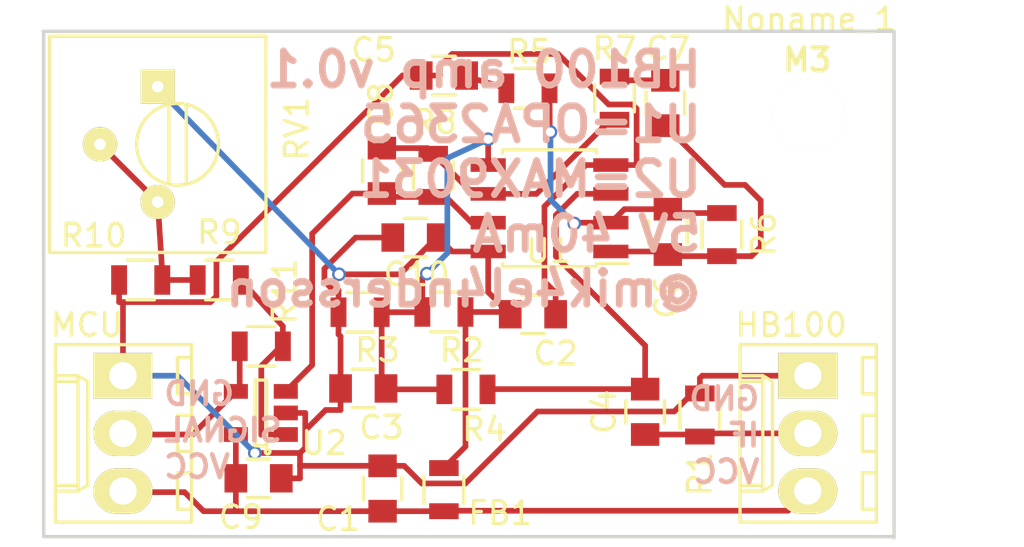
<source format=kicad_pcb>
(kicad_pcb (version 20171130) (host pcbnew "(5.1.12)-1")

  (general
    (thickness 1.6)
    (drawings 8)
    (tracks 173)
    (zones 0)
    (modules 28)
    (nets 16)
  )

  (page A4)
  (layers
    (0 F.Cu signal)
    (31 B.Cu signal hide)
    (32 B.Adhes user)
    (33 F.Adhes user)
    (34 B.Paste user)
    (35 F.Paste user)
    (36 B.SilkS user)
    (37 F.SilkS user)
    (38 B.Mask user)
    (39 F.Mask user)
    (40 Dwgs.User user)
    (41 Cmts.User user)
    (42 Eco1.User user)
    (43 Eco2.User user)
    (44 Edge.Cuts user)
    (45 Margin user)
    (46 B.CrtYd user)
    (47 F.CrtYd user)
    (48 B.Fab user)
    (49 F.Fab user)
  )

  (setup
    (last_trace_width 0.25)
    (trace_clearance 0.2)
    (zone_clearance 0.4)
    (zone_45_only no)
    (trace_min 0.2)
    (via_size 0.6)
    (via_drill 0.4)
    (via_min_size 0.4)
    (via_min_drill 0.3)
    (uvia_size 0.3)
    (uvia_drill 0.1)
    (uvias_allowed no)
    (uvia_min_size 0.2)
    (uvia_min_drill 0.1)
    (edge_width 0.15)
    (segment_width 0.2)
    (pcb_text_width 0.3)
    (pcb_text_size 1.5 1.5)
    (mod_edge_width 0.15)
    (mod_text_size 1 1)
    (mod_text_width 0.15)
    (pad_size 2 2.6)
    (pad_drill 1.2)
    (pad_to_mask_clearance 0.07)
    (aux_axis_origin 0 0)
    (visible_elements 7FFFFFFF)
    (pcbplotparams
      (layerselection 0x00030_80000001)
      (usegerberextensions false)
      (usegerberattributes true)
      (usegerberadvancedattributes true)
      (creategerberjobfile true)
      (excludeedgelayer true)
      (linewidth 0.100000)
      (plotframeref false)
      (viasonmask false)
      (mode 1)
      (useauxorigin false)
      (hpglpennumber 1)
      (hpglpenspeed 20)
      (hpglpendiameter 15.000000)
      (psnegative false)
      (psa4output false)
      (plotreference true)
      (plotvalue true)
      (plotinvisibletext false)
      (padsonsilk false)
      (subtractmaskfromsilk false)
      (outputformat 1)
      (mirror false)
      (drillshape 1)
      (scaleselection 1)
      (outputdirectory ""))
  )

  (net 0 "")
  (net 1 VCC)
  (net 2 GND)
  (net 3 "Net-(C10-Pad1)")
  (net 4 "Net-(C3-Pad1)")
  (net 5 "Net-(C4-Pad1)")
  (net 6 "Net-(C4-Pad2)")
  (net 7 "Net-(C5-Pad2)")
  (net 8 "Net-(C6-Pad1)")
  (net 9 "Net-(C6-Pad2)")
  (net 10 "Net-(C7-Pad1)")
  (net 11 "Net-(C8-Pad1)")
  (net 12 "Net-(C8-Pad2)")
  (net 13 "Net-(P2-Pad2)")
  (net 14 "Net-(R10-Pad1)")
  (net 15 "Net-(R11-Pad2)")

  (net_class Default "This is the default net class."
    (clearance 0.2)
    (trace_width 0.25)
    (via_dia 0.6)
    (via_drill 0.4)
    (uvia_dia 0.3)
    (uvia_drill 0.1)
    (add_net GND)
    (add_net "Net-(C10-Pad1)")
    (add_net "Net-(C3-Pad1)")
    (add_net "Net-(C4-Pad1)")
    (add_net "Net-(C4-Pad2)")
    (add_net "Net-(C5-Pad2)")
    (add_net "Net-(C6-Pad1)")
    (add_net "Net-(C6-Pad2)")
    (add_net "Net-(C7-Pad1)")
    (add_net "Net-(C8-Pad1)")
    (add_net "Net-(C8-Pad2)")
    (add_net "Net-(P2-Pad2)")
    (add_net "Net-(R10-Pad1)")
    (add_net "Net-(R11-Pad2)")
    (add_net VCC)
  )

  (module Capacitors_SMD:C_0805 placed (layer F.Cu) (tedit 5866CD1F) (tstamp 586662FC)
    (at 164.18 126.79 90)
    (descr "Capacitor SMD 0805, reflow soldering, AVX (see smccp.pdf)")
    (tags "capacitor 0805")
    (path /58650056)
    (attr smd)
    (fp_text reference C1 (at -1.34 -1.96 180) (layer F.SilkS)
      (effects (font (size 1 1) (thickness 0.15)))
    )
    (fp_text value 10uF (at 0 2.1 90) (layer F.Fab)
      (effects (font (size 1 1) (thickness 0.15)))
    )
    (fp_line (start -0.5 0.85) (end 0.5 0.85) (layer F.SilkS) (width 0.15))
    (fp_line (start 0.5 -0.85) (end -0.5 -0.85) (layer F.SilkS) (width 0.15))
    (fp_line (start 1.8 -1) (end 1.8 1) (layer F.CrtYd) (width 0.05))
    (fp_line (start -1.8 -1) (end -1.8 1) (layer F.CrtYd) (width 0.05))
    (fp_line (start -1.8 1) (end 1.8 1) (layer F.CrtYd) (width 0.05))
    (fp_line (start -1.8 -1) (end 1.8 -1) (layer F.CrtYd) (width 0.05))
    (pad 1 smd rect (at -1 0 90) (size 1 1.25) (layers F.Cu F.Paste F.Mask)
      (net 1 VCC))
    (pad 2 smd rect (at 1 0 90) (size 1 1.25) (layers F.Cu F.Paste F.Mask)
      (net 2 GND))
    (model Capacitors_SMD.3dshapes/C_0805.wrl
      (at (xyz 0 0 0))
      (scale (xyz 1 1 1))
      (rotate (xyz 0 0 0))
    )
  )

  (module Capacitors_SMD:C_0805 placed (layer F.Cu) (tedit 5866C921) (tstamp 58666302)
    (at 170.8 119.11)
    (descr "Capacitor SMD 0805, reflow soldering, AVX (see smccp.pdf)")
    (tags "capacitor 0805")
    (path /58650017)
    (attr smd)
    (fp_text reference C2 (at 1 1.73) (layer F.SilkS)
      (effects (font (size 1 1) (thickness 0.15)))
    )
    (fp_text value 10uF (at 0 2.1) (layer F.Fab)
      (effects (font (size 1 1) (thickness 0.15)))
    )
    (fp_line (start -0.5 0.85) (end 0.5 0.85) (layer F.SilkS) (width 0.15))
    (fp_line (start 0.5 -0.85) (end -0.5 -0.85) (layer F.SilkS) (width 0.15))
    (fp_line (start 1.8 -1) (end 1.8 1) (layer F.CrtYd) (width 0.05))
    (fp_line (start -1.8 -1) (end -1.8 1) (layer F.CrtYd) (width 0.05))
    (fp_line (start -1.8 1) (end 1.8 1) (layer F.CrtYd) (width 0.05))
    (fp_line (start -1.8 -1) (end 1.8 -1) (layer F.CrtYd) (width 0.05))
    (pad 1 smd rect (at -1 0) (size 1 1.25) (layers F.Cu F.Paste F.Mask)
      (net 3 "Net-(C10-Pad1)"))
    (pad 2 smd rect (at 1 0) (size 1 1.25) (layers F.Cu F.Paste F.Mask)
      (net 2 GND))
    (model Capacitors_SMD.3dshapes/C_0805.wrl
      (at (xyz 0 0 0))
      (scale (xyz 1 1 1))
      (rotate (xyz 0 0 0))
    )
  )

  (module Capacitors_SMD:C_0805 placed (layer F.Cu) (tedit 5866C931) (tstamp 58666308)
    (at 163.33 122.38 180)
    (descr "Capacitor SMD 0805, reflow soldering, AVX (see smccp.pdf)")
    (tags "capacitor 0805")
    (path /5865007D)
    (attr smd)
    (fp_text reference C3 (at -0.79 -1.72 180) (layer F.SilkS)
      (effects (font (size 1 1) (thickness 0.15)))
    )
    (fp_text value 10uF (at 0 2.1 180) (layer F.Fab)
      (effects (font (size 1 1) (thickness 0.15)))
    )
    (fp_line (start -0.5 0.85) (end 0.5 0.85) (layer F.SilkS) (width 0.15))
    (fp_line (start 0.5 -0.85) (end -0.5 -0.85) (layer F.SilkS) (width 0.15))
    (fp_line (start 1.8 -1) (end 1.8 1) (layer F.CrtYd) (width 0.05))
    (fp_line (start -1.8 -1) (end -1.8 1) (layer F.CrtYd) (width 0.05))
    (fp_line (start -1.8 1) (end 1.8 1) (layer F.CrtYd) (width 0.05))
    (fp_line (start -1.8 -1) (end 1.8 -1) (layer F.CrtYd) (width 0.05))
    (pad 1 smd rect (at -1 0 180) (size 1 1.25) (layers F.Cu F.Paste F.Mask)
      (net 4 "Net-(C3-Pad1)"))
    (pad 2 smd rect (at 1 0 180) (size 1 1.25) (layers F.Cu F.Paste F.Mask)
      (net 2 GND))
    (model Capacitors_SMD.3dshapes/C_0805.wrl
      (at (xyz 0 0 0))
      (scale (xyz 1 1 1))
      (rotate (xyz 0 0 0))
    )
  )

  (module Capacitors_SMD:C_0805 placed (layer F.Cu) (tedit 5866CC4C) (tstamp 5866630E)
    (at 175.74 123.41 270)
    (descr "Capacitor SMD 0805, reflow soldering, AVX (see smccp.pdf)")
    (tags "capacitor 0805")
    (path /5865025A)
    (attr smd)
    (fp_text reference C4 (at 0 1.81 270) (layer F.SilkS)
      (effects (font (size 1 1) (thickness 0.15)))
    )
    (fp_text value 4.7nF (at 0 2.1 270) (layer F.Fab)
      (effects (font (size 1 1) (thickness 0.15)))
    )
    (fp_line (start -0.5 0.85) (end 0.5 0.85) (layer F.SilkS) (width 0.15))
    (fp_line (start 0.5 -0.85) (end -0.5 -0.85) (layer F.SilkS) (width 0.15))
    (fp_line (start 1.8 -1) (end 1.8 1) (layer F.CrtYd) (width 0.05))
    (fp_line (start -1.8 -1) (end -1.8 1) (layer F.CrtYd) (width 0.05))
    (fp_line (start -1.8 1) (end 1.8 1) (layer F.CrtYd) (width 0.05))
    (fp_line (start -1.8 -1) (end 1.8 -1) (layer F.CrtYd) (width 0.05))
    (pad 1 smd rect (at -1 0 270) (size 1 1.25) (layers F.Cu F.Paste F.Mask)
      (net 5 "Net-(C4-Pad1)"))
    (pad 2 smd rect (at 1 0 270) (size 1 1.25) (layers F.Cu F.Paste F.Mask)
      (net 6 "Net-(C4-Pad2)"))
    (model Capacitors_SMD.3dshapes/C_0805.wrl
      (at (xyz 0 0 0))
      (scale (xyz 1 1 1))
      (rotate (xyz 0 0 0))
    )
  )

  (module Capacitors_SMD:C_0805 placed (layer F.Cu) (tedit 5866CC2B) (tstamp 58666314)
    (at 166.88 108.59)
    (descr "Capacitor SMD 0805, reflow soldering, AVX (see smccp.pdf)")
    (tags "capacitor 0805")
    (path /586521F3)
    (attr smd)
    (fp_text reference C5 (at -3.1 -1.13) (layer F.SilkS)
      (effects (font (size 1 1) (thickness 0.15)))
    )
    (fp_text value 4.7uF (at 0 2.1) (layer F.Fab)
      (effects (font (size 1 1) (thickness 0.15)))
    )
    (fp_line (start -0.5 0.85) (end 0.5 0.85) (layer F.SilkS) (width 0.15))
    (fp_line (start 0.5 -0.85) (end -0.5 -0.85) (layer F.SilkS) (width 0.15))
    (fp_line (start 1.8 -1) (end 1.8 1) (layer F.CrtYd) (width 0.05))
    (fp_line (start -1.8 -1) (end -1.8 1) (layer F.CrtYd) (width 0.05))
    (fp_line (start -1.8 1) (end 1.8 1) (layer F.CrtYd) (width 0.05))
    (fp_line (start -1.8 -1) (end 1.8 -1) (layer F.CrtYd) (width 0.05))
    (pad 1 smd rect (at -1 0) (size 1 1.25) (layers F.Cu F.Paste F.Mask)
      (net 2 GND))
    (pad 2 smd rect (at 1 0) (size 1 1.25) (layers F.Cu F.Paste F.Mask)
      (net 7 "Net-(C5-Pad2)"))
    (model Capacitors_SMD.3dshapes/C_0805.wrl
      (at (xyz 0 0 0))
      (scale (xyz 1 1 1))
      (rotate (xyz 0 0 0))
    )
  )

  (module Capacitors_SMD:C_0805 placed (layer F.Cu) (tedit 5866BCDB) (tstamp 5866631A)
    (at 176.74 115.48 90)
    (descr "Capacitor SMD 0805, reflow soldering, AVX (see smccp.pdf)")
    (tags "capacitor 0805")
    (path /58650D19)
    (attr smd)
    (fp_text reference C6 (at -2.85 -0.04 90) (layer F.SilkS)
      (effects (font (size 1 1) (thickness 0.15)))
    )
    (fp_text value 100pF (at 0 2.1 90) (layer F.Fab)
      (effects (font (size 1 1) (thickness 0.15)))
    )
    (fp_line (start -0.5 0.85) (end 0.5 0.85) (layer F.SilkS) (width 0.15))
    (fp_line (start 0.5 -0.85) (end -0.5 -0.85) (layer F.SilkS) (width 0.15))
    (fp_line (start 1.8 -1) (end 1.8 1) (layer F.CrtYd) (width 0.05))
    (fp_line (start -1.8 -1) (end -1.8 1) (layer F.CrtYd) (width 0.05))
    (fp_line (start -1.8 1) (end 1.8 1) (layer F.CrtYd) (width 0.05))
    (fp_line (start -1.8 -1) (end 1.8 -1) (layer F.CrtYd) (width 0.05))
    (pad 1 smd rect (at -1 0 90) (size 1 1.25) (layers F.Cu F.Paste F.Mask)
      (net 8 "Net-(C6-Pad1)"))
    (pad 2 smd rect (at 1 0 90) (size 1 1.25) (layers F.Cu F.Paste F.Mask)
      (net 9 "Net-(C6-Pad2)"))
    (model Capacitors_SMD.3dshapes/C_0805.wrl
      (at (xyz 0 0 0))
      (scale (xyz 1 1 1))
      (rotate (xyz 0 0 0))
    )
  )

  (module Capacitors_SMD:C_0805 placed (layer F.Cu) (tedit 5866CC36) (tstamp 58666320)
    (at 176.63 109.8 270)
    (descr "Capacitor SMD 0805, reflow soldering, AVX (see smccp.pdf)")
    (tags "capacitor 0805")
    (path /58651FFA)
    (attr smd)
    (fp_text reference C7 (at -2.4 -0.12) (layer F.SilkS)
      (effects (font (size 1 1) (thickness 0.15)))
    )
    (fp_text value 4.7uF (at 0 2.1 270) (layer F.Fab)
      (effects (font (size 1 1) (thickness 0.15)))
    )
    (fp_line (start -0.5 0.85) (end 0.5 0.85) (layer F.SilkS) (width 0.15))
    (fp_line (start 0.5 -0.85) (end -0.5 -0.85) (layer F.SilkS) (width 0.15))
    (fp_line (start 1.8 -1) (end 1.8 1) (layer F.CrtYd) (width 0.05))
    (fp_line (start -1.8 -1) (end -1.8 1) (layer F.CrtYd) (width 0.05))
    (fp_line (start -1.8 1) (end 1.8 1) (layer F.CrtYd) (width 0.05))
    (fp_line (start -1.8 -1) (end 1.8 -1) (layer F.CrtYd) (width 0.05))
    (pad 1 smd rect (at -1 0 270) (size 1 1.25) (layers F.Cu F.Paste F.Mask)
      (net 10 "Net-(C7-Pad1)"))
    (pad 2 smd rect (at 1 0 270) (size 1 1.25) (layers F.Cu F.Paste F.Mask)
      (net 8 "Net-(C6-Pad1)"))
    (model Capacitors_SMD.3dshapes/C_0805.wrl
      (at (xyz 0 0 0))
      (scale (xyz 1 1 1))
      (rotate (xyz 0 0 0))
    )
  )

  (module Capacitors_SMD:C_0805 placed (layer F.Cu) (tedit 5866BB14) (tstamp 58666326)
    (at 164.15 112.79 90)
    (descr "Capacitor SMD 0805, reflow soldering, AVX (see smccp.pdf)")
    (tags "capacitor 0805")
    (path /58650D71)
    (attr smd)
    (fp_text reference C8 (at 2.94 -0.04 90) (layer F.SilkS)
      (effects (font (size 1 1) (thickness 0.15)))
    )
    (fp_text value 2.2nF (at 0 2.1 90) (layer F.Fab)
      (effects (font (size 1 1) (thickness 0.15)))
    )
    (fp_line (start -0.5 0.85) (end 0.5 0.85) (layer F.SilkS) (width 0.15))
    (fp_line (start 0.5 -0.85) (end -0.5 -0.85) (layer F.SilkS) (width 0.15))
    (fp_line (start 1.8 -1) (end 1.8 1) (layer F.CrtYd) (width 0.05))
    (fp_line (start -1.8 -1) (end -1.8 1) (layer F.CrtYd) (width 0.05))
    (fp_line (start -1.8 1) (end 1.8 1) (layer F.CrtYd) (width 0.05))
    (fp_line (start -1.8 -1) (end 1.8 -1) (layer F.CrtYd) (width 0.05))
    (pad 1 smd rect (at -1 0 90) (size 1 1.25) (layers F.Cu F.Paste F.Mask)
      (net 11 "Net-(C8-Pad1)"))
    (pad 2 smd rect (at 1 0 90) (size 1 1.25) (layers F.Cu F.Paste F.Mask)
      (net 12 "Net-(C8-Pad2)"))
    (model Capacitors_SMD.3dshapes/C_0805.wrl
      (at (xyz 0 0 0))
      (scale (xyz 1 1 1))
      (rotate (xyz 0 0 0))
    )
  )

  (module Capacitors_SMD:C_0805 placed (layer F.Cu) (tedit 5866CD26) (tstamp 5866632C)
    (at 158.72 126.34 180)
    (descr "Capacitor SMD 0805, reflow soldering, AVX (see smccp.pdf)")
    (tags "capacitor 0805")
    (path /58650F13)
    (attr smd)
    (fp_text reference C9 (at 0.78 -1.71 180) (layer F.SilkS)
      (effects (font (size 1 1) (thickness 0.15)))
    )
    (fp_text value 100nF (at 0 2.1 180) (layer F.Fab)
      (effects (font (size 1 1) (thickness 0.15)))
    )
    (fp_line (start -0.5 0.85) (end 0.5 0.85) (layer F.SilkS) (width 0.15))
    (fp_line (start 0.5 -0.85) (end -0.5 -0.85) (layer F.SilkS) (width 0.15))
    (fp_line (start 1.8 -1) (end 1.8 1) (layer F.CrtYd) (width 0.05))
    (fp_line (start -1.8 -1) (end -1.8 1) (layer F.CrtYd) (width 0.05))
    (fp_line (start -1.8 1) (end 1.8 1) (layer F.CrtYd) (width 0.05))
    (fp_line (start -1.8 -1) (end 1.8 -1) (layer F.CrtYd) (width 0.05))
    (pad 1 smd rect (at -1 0 180) (size 1 1.25) (layers F.Cu F.Paste F.Mask)
      (net 2 GND))
    (pad 2 smd rect (at 1 0 180) (size 1 1.25) (layers F.Cu F.Paste F.Mask)
      (net 1 VCC))
    (model Capacitors_SMD.3dshapes/C_0805.wrl
      (at (xyz 0 0 0))
      (scale (xyz 1 1 1))
      (rotate (xyz 0 0 0))
    )
  )

  (module Capacitors_SMD:C_0805 placed (layer F.Cu) (tedit 5866CCF3) (tstamp 58666332)
    (at 165.63 115.73 180)
    (descr "Capacitor SMD 0805, reflow soldering, AVX (see smccp.pdf)")
    (tags "capacitor 0805")
    (path /58666085)
    (attr smd)
    (fp_text reference C10 (at -0.05 -1.62 180) (layer F.SilkS)
      (effects (font (size 1 1) (thickness 0.15)))
    )
    (fp_text value 100nF (at 0 2.1 180) (layer F.Fab)
      (effects (font (size 1 1) (thickness 0.15)))
    )
    (fp_line (start -0.5 0.85) (end 0.5 0.85) (layer F.SilkS) (width 0.15))
    (fp_line (start 0.5 -0.85) (end -0.5 -0.85) (layer F.SilkS) (width 0.15))
    (fp_line (start 1.8 -1) (end 1.8 1) (layer F.CrtYd) (width 0.05))
    (fp_line (start -1.8 -1) (end -1.8 1) (layer F.CrtYd) (width 0.05))
    (fp_line (start -1.8 1) (end 1.8 1) (layer F.CrtYd) (width 0.05))
    (fp_line (start -1.8 -1) (end 1.8 -1) (layer F.CrtYd) (width 0.05))
    (pad 1 smd rect (at -1 0 180) (size 1 1.25) (layers F.Cu F.Paste F.Mask)
      (net 3 "Net-(C10-Pad1)"))
    (pad 2 smd rect (at 1 0 180) (size 1 1.25) (layers F.Cu F.Paste F.Mask)
      (net 2 GND))
    (model Capacitors_SMD.3dshapes/C_0805.wrl
      (at (xyz 0 0 0))
      (scale (xyz 1 1 1))
      (rotate (xyz 0 0 0))
    )
  )

  (module Resistors_SMD:R_0805 placed (layer F.Cu) (tedit 5866BD3E) (tstamp 58666338)
    (at 166.88 126.84 270)
    (descr "Resistor SMD 0805, reflow soldering, Vishay (see dcrcw.pdf)")
    (tags "resistor 0805")
    (path /5864FFF2)
    (attr smd)
    (fp_text reference FB1 (at 1.03 -2.48) (layer F.SilkS)
      (effects (font (size 1 1) (thickness 0.15)))
    )
    (fp_text value FILTER (at 0 2.1 270) (layer F.Fab)
      (effects (font (size 1 1) (thickness 0.15)))
    )
    (fp_line (start -0.6 -0.875) (end 0.6 -0.875) (layer F.SilkS) (width 0.15))
    (fp_line (start 0.6 0.875) (end -0.6 0.875) (layer F.SilkS) (width 0.15))
    (fp_line (start 1.6 -1) (end 1.6 1) (layer F.CrtYd) (width 0.05))
    (fp_line (start -1.6 -1) (end -1.6 1) (layer F.CrtYd) (width 0.05))
    (fp_line (start -1.6 1) (end 1.6 1) (layer F.CrtYd) (width 0.05))
    (fp_line (start -1.6 -1) (end 1.6 -1) (layer F.CrtYd) (width 0.05))
    (pad 1 smd rect (at -0.95 0 270) (size 0.7 1.3) (layers F.Cu F.Paste F.Mask)
      (net 3 "Net-(C10-Pad1)"))
    (pad 2 smd rect (at 0.95 0 270) (size 0.7 1.3) (layers F.Cu F.Paste F.Mask)
      (net 1 VCC))
    (model Resistors_SMD.3dshapes/R_0805.wrl
      (at (xyz 0 0 0))
      (scale (xyz 1 1 1))
      (rotate (xyz 0 0 0))
    )
  )

  (module Connectors_Molex:Molex_KK-6410-03_03x2.54mm_Straight placed (layer F.Cu) (tedit 5866CCE5) (tstamp 5866633F)
    (at 182.9 121.82 270)
    (descr "Connector Headers with Friction Lock, 22-27-2031, http://www.molex.com/pdm_docs/sd/022272021_sd.pdf")
    (tags "connector molex kk_6410 22-27-2031")
    (path /586512D6)
    (fp_text reference HB100 (at -2.24 0.73) (layer F.SilkS)
      (effects (font (size 1 1) (thickness 0.15)))
    )
    (fp_text value HB100 (at -2.78 0) (layer F.Fab)
      (effects (font (size 1 1) (thickness 0.15)))
    )
    (fp_line (start 7 3.5) (end -1.9 3.5) (layer F.CrtYd) (width 0.05))
    (fp_line (start 7 -3.55) (end 7 3.5) (layer F.CrtYd) (width 0.05))
    (fp_line (start -1.9 -3.55) (end 7 -3.55) (layer F.CrtYd) (width 0.05))
    (fp_line (start -1.9 3.5) (end -1.9 -3.55) (layer F.CrtYd) (width 0.05))
    (fp_line (start 5.88 -2.4) (end 5.88 -3.02) (layer F.SilkS) (width 0.15))
    (fp_line (start 4.28 -2.4) (end 5.88 -2.4) (layer F.SilkS) (width 0.15))
    (fp_line (start 4.28 -3.02) (end 4.28 -2.4) (layer F.SilkS) (width 0.15))
    (fp_line (start 3.34 -2.4) (end 3.34 -3.02) (layer F.SilkS) (width 0.15))
    (fp_line (start 1.74 -2.4) (end 3.34 -2.4) (layer F.SilkS) (width 0.15))
    (fp_line (start 1.74 -3.02) (end 1.74 -2.4) (layer F.SilkS) (width 0.15))
    (fp_line (start 0.8 -2.4) (end 0.8 -3.02) (layer F.SilkS) (width 0.15))
    (fp_line (start -0.8 -2.4) (end 0.8 -2.4) (layer F.SilkS) (width 0.15))
    (fp_line (start -0.8 -3.02) (end -0.8 -2.4) (layer F.SilkS) (width 0.15))
    (fp_line (start 4.83 2.98) (end 4.83 1.98) (layer F.SilkS) (width 0.15))
    (fp_line (start 0.25 2.98) (end 0.25 1.98) (layer F.SilkS) (width 0.15))
    (fp_line (start 4.83 1.55) (end 5.08 1.98) (layer F.SilkS) (width 0.15))
    (fp_line (start 0.25 1.55) (end 4.83 1.55) (layer F.SilkS) (width 0.15))
    (fp_line (start 0 1.98) (end 0.25 1.55) (layer F.SilkS) (width 0.15))
    (fp_line (start 5.08 1.98) (end 5.08 2.98) (layer F.SilkS) (width 0.15))
    (fp_line (start 0 1.98) (end 5.08 1.98) (layer F.SilkS) (width 0.15))
    (fp_line (start 0 2.98) (end 0 1.98) (layer F.SilkS) (width 0.15))
    (fp_line (start 6.45 -3.02) (end -1.37 -3.02) (layer F.SilkS) (width 0.15))
    (fp_line (start 6.45 2.98) (end 6.45 -3.02) (layer F.SilkS) (width 0.15))
    (fp_line (start -1.37 2.98) (end 6.45 2.98) (layer F.SilkS) (width 0.15))
    (fp_line (start -1.37 -3.02) (end -1.37 2.98) (layer F.SilkS) (width 0.15))
    (pad 1 thru_hole rect (at 0 0 270) (size 2 2.6) (drill 1.2) (layers *.Cu *.Mask F.SilkS)
      (net 2 GND))
    (pad 2 thru_hole oval (at 2.54 0 270) (size 2 2.6) (drill 1.2) (layers *.Cu *.Mask F.SilkS)
      (net 6 "Net-(C4-Pad2)"))
    (pad 3 thru_hole oval (at 5.08 0 270) (size 2 2.6) (drill 1.2) (layers *.Cu *.Mask F.SilkS)
      (net 1 VCC))
  )

  (module Connectors_Molex:Molex_KK-6410-03_03x2.54mm_Straight placed (layer F.Cu) (tedit 58679136) (tstamp 58666346)
    (at 152.75 121.82 270)
    (descr "Connector Headers with Friction Lock, 22-27-2031, http://www.molex.com/pdm_docs/sd/022272021_sd.pdf")
    (tags "connector molex kk_6410 22-27-2031")
    (path /5865133F)
    (fp_text reference MCU (at -2.24 1.59) (layer F.SilkS)
      (effects (font (size 1 1) (thickness 0.15)))
    )
    (fp_text value MCU (at 2.54 4.5 270) (layer F.Fab)
      (effects (font (size 1 1) (thickness 0.15)))
    )
    (fp_line (start 7 3.5) (end -1.9 3.5) (layer F.CrtYd) (width 0.05))
    (fp_line (start 7 -3.55) (end 7 3.5) (layer F.CrtYd) (width 0.05))
    (fp_line (start -1.9 -3.55) (end 7 -3.55) (layer F.CrtYd) (width 0.05))
    (fp_line (start -1.9 3.5) (end -1.9 -3.55) (layer F.CrtYd) (width 0.05))
    (fp_line (start 5.88 -2.4) (end 5.88 -3.02) (layer F.SilkS) (width 0.15))
    (fp_line (start 4.28 -2.4) (end 5.88 -2.4) (layer F.SilkS) (width 0.15))
    (fp_line (start 4.28 -3.02) (end 4.28 -2.4) (layer F.SilkS) (width 0.15))
    (fp_line (start 3.34 -2.4) (end 3.34 -3.02) (layer F.SilkS) (width 0.15))
    (fp_line (start 1.74 -2.4) (end 3.34 -2.4) (layer F.SilkS) (width 0.15))
    (fp_line (start 1.74 -3.02) (end 1.74 -2.4) (layer F.SilkS) (width 0.15))
    (fp_line (start 0.8 -2.4) (end 0.8 -3.02) (layer F.SilkS) (width 0.15))
    (fp_line (start -0.8 -2.4) (end 0.8 -2.4) (layer F.SilkS) (width 0.15))
    (fp_line (start -0.8 -3.02) (end -0.8 -2.4) (layer F.SilkS) (width 0.15))
    (fp_line (start 4.83 2.98) (end 4.83 1.98) (layer F.SilkS) (width 0.15))
    (fp_line (start 0.25 2.98) (end 0.25 1.98) (layer F.SilkS) (width 0.15))
    (fp_line (start 4.83 1.55) (end 5.08 1.98) (layer F.SilkS) (width 0.15))
    (fp_line (start 0.25 1.55) (end 4.83 1.55) (layer F.SilkS) (width 0.15))
    (fp_line (start 0 1.98) (end 0.25 1.55) (layer F.SilkS) (width 0.15))
    (fp_line (start 5.08 1.98) (end 5.08 2.98) (layer F.SilkS) (width 0.15))
    (fp_line (start 0 1.98) (end 5.08 1.98) (layer F.SilkS) (width 0.15))
    (fp_line (start 0 2.98) (end 0 1.98) (layer F.SilkS) (width 0.15))
    (fp_line (start 6.45 -3.02) (end -1.37 -3.02) (layer F.SilkS) (width 0.15))
    (fp_line (start 6.45 2.98) (end 6.45 -3.02) (layer F.SilkS) (width 0.15))
    (fp_line (start -1.37 2.98) (end 6.45 2.98) (layer F.SilkS) (width 0.15))
    (fp_line (start -1.37 -3.02) (end -1.37 2.98) (layer F.SilkS) (width 0.15))
    (pad 3 thru_hole rect (at 0 0 270) (size 2 2.6) (drill 1.2) (layers *.Cu *.Mask F.SilkS)
      (net 2 GND))
    (pad 2 thru_hole oval (at 2.54 0 270) (size 2 2.6) (drill 1.2) (layers *.Cu *.Mask F.SilkS)
      (net 13 "Net-(P2-Pad2)"))
    (pad 1 thru_hole oval (at 5.08 0 270) (size 2 2.6) (drill 1.2) (layers *.Cu *.Mask F.SilkS)
      (net 1 VCC))
  )

  (module Resistors_SMD:R_0805 placed (layer F.Cu) (tedit 5866CD31) (tstamp 5866634C)
    (at 178.15 123.55 90)
    (descr "Resistor SMD 0805, reflow soldering, Vishay (see dcrcw.pdf)")
    (tags "resistor 0805")
    (path /58650219)
    (attr smd)
    (fp_text reference R1 (at -2.6 0 90) (layer F.SilkS)
      (effects (font (size 1 1) (thickness 0.15)))
    )
    (fp_text value 12K (at 0 2.1 90) (layer F.Fab)
      (effects (font (size 1 1) (thickness 0.15)))
    )
    (fp_line (start -0.6 -0.875) (end 0.6 -0.875) (layer F.SilkS) (width 0.15))
    (fp_line (start 0.6 0.875) (end -0.6 0.875) (layer F.SilkS) (width 0.15))
    (fp_line (start 1.6 -1) (end 1.6 1) (layer F.CrtYd) (width 0.05))
    (fp_line (start -1.6 -1) (end -1.6 1) (layer F.CrtYd) (width 0.05))
    (fp_line (start -1.6 1) (end 1.6 1) (layer F.CrtYd) (width 0.05))
    (fp_line (start -1.6 -1) (end 1.6 -1) (layer F.CrtYd) (width 0.05))
    (pad 1 smd rect (at -0.95 0 90) (size 0.7 1.3) (layers F.Cu F.Paste F.Mask)
      (net 6 "Net-(C4-Pad2)"))
    (pad 2 smd rect (at 0.95 0 90) (size 0.7 1.3) (layers F.Cu F.Paste F.Mask)
      (net 2 GND))
    (model Resistors_SMD.3dshapes/R_0805.wrl
      (at (xyz 0 0 0))
      (scale (xyz 1 1 1))
      (rotate (xyz 0 0 0))
    )
  )

  (module Resistors_SMD:R_0805 placed (layer F.Cu) (tedit 5866CD15) (tstamp 58666352)
    (at 166.88 119.01 180)
    (descr "Resistor SMD 0805, reflow soldering, Vishay (see dcrcw.pdf)")
    (tags "resistor 0805")
    (path /58650131)
    (attr smd)
    (fp_text reference R2 (at -0.79 -1.69 180) (layer F.SilkS)
      (effects (font (size 1 1) (thickness 0.15)))
    )
    (fp_text value 10K (at 0 2.1 180) (layer F.Fab)
      (effects (font (size 1 1) (thickness 0.15)))
    )
    (fp_line (start -0.6 -0.875) (end 0.6 -0.875) (layer F.SilkS) (width 0.15))
    (fp_line (start 0.6 0.875) (end -0.6 0.875) (layer F.SilkS) (width 0.15))
    (fp_line (start 1.6 -1) (end 1.6 1) (layer F.CrtYd) (width 0.05))
    (fp_line (start -1.6 -1) (end -1.6 1) (layer F.CrtYd) (width 0.05))
    (fp_line (start -1.6 1) (end 1.6 1) (layer F.CrtYd) (width 0.05))
    (fp_line (start -1.6 -1) (end 1.6 -1) (layer F.CrtYd) (width 0.05))
    (pad 1 smd rect (at -0.95 0 180) (size 0.7 1.3) (layers F.Cu F.Paste F.Mask)
      (net 3 "Net-(C10-Pad1)"))
    (pad 2 smd rect (at 0.95 0 180) (size 0.7 1.3) (layers F.Cu F.Paste F.Mask)
      (net 4 "Net-(C3-Pad1)"))
    (model Resistors_SMD.3dshapes/R_0805.wrl
      (at (xyz 0 0 0))
      (scale (xyz 1 1 1))
      (rotate (xyz 0 0 0))
    )
  )

  (module Resistors_SMD:R_0805 placed (layer F.Cu) (tedit 5866CD10) (tstamp 58666358)
    (at 163.19 119.02 180)
    (descr "Resistor SMD 0805, reflow soldering, Vishay (see dcrcw.pdf)")
    (tags "resistor 0805")
    (path /5865016D)
    (attr smd)
    (fp_text reference R3 (at -0.76 -1.68 180) (layer F.SilkS)
      (effects (font (size 1 1) (thickness 0.15)))
    )
    (fp_text value 10K (at 0 2.1 180) (layer F.Fab)
      (effects (font (size 1 1) (thickness 0.15)))
    )
    (fp_line (start -0.6 -0.875) (end 0.6 -0.875) (layer F.SilkS) (width 0.15))
    (fp_line (start 0.6 0.875) (end -0.6 0.875) (layer F.SilkS) (width 0.15))
    (fp_line (start 1.6 -1) (end 1.6 1) (layer F.CrtYd) (width 0.05))
    (fp_line (start -1.6 -1) (end -1.6 1) (layer F.CrtYd) (width 0.05))
    (fp_line (start -1.6 1) (end 1.6 1) (layer F.CrtYd) (width 0.05))
    (fp_line (start -1.6 -1) (end 1.6 -1) (layer F.CrtYd) (width 0.05))
    (pad 1 smd rect (at -0.95 0 180) (size 0.7 1.3) (layers F.Cu F.Paste F.Mask)
      (net 4 "Net-(C3-Pad1)"))
    (pad 2 smd rect (at 0.95 0 180) (size 0.7 1.3) (layers F.Cu F.Paste F.Mask)
      (net 2 GND))
    (model Resistors_SMD.3dshapes/R_0805.wrl
      (at (xyz 0 0 0))
      (scale (xyz 1 1 1))
      (rotate (xyz 0 0 0))
    )
  )

  (module Resistors_SMD:R_0805 placed (layer F.Cu) (tedit 5866C935) (tstamp 5866635E)
    (at 167.85 122.42)
    (descr "Resistor SMD 0805, reflow soldering, Vishay (see dcrcw.pdf)")
    (tags "resistor 0805")
    (path /586501D2)
    (attr smd)
    (fp_text reference R4 (at 0.81 1.76) (layer F.SilkS)
      (effects (font (size 1 1) (thickness 0.15)))
    )
    (fp_text value 330K (at 0 2.1) (layer F.Fab)
      (effects (font (size 1 1) (thickness 0.15)))
    )
    (fp_line (start -0.6 -0.875) (end 0.6 -0.875) (layer F.SilkS) (width 0.15))
    (fp_line (start 0.6 0.875) (end -0.6 0.875) (layer F.SilkS) (width 0.15))
    (fp_line (start 1.6 -1) (end 1.6 1) (layer F.CrtYd) (width 0.05))
    (fp_line (start -1.6 -1) (end -1.6 1) (layer F.CrtYd) (width 0.05))
    (fp_line (start -1.6 1) (end 1.6 1) (layer F.CrtYd) (width 0.05))
    (fp_line (start -1.6 -1) (end 1.6 -1) (layer F.CrtYd) (width 0.05))
    (pad 1 smd rect (at -0.95 0) (size 0.7 1.3) (layers F.Cu F.Paste F.Mask)
      (net 4 "Net-(C3-Pad1)"))
    (pad 2 smd rect (at 0.95 0) (size 0.7 1.3) (layers F.Cu F.Paste F.Mask)
      (net 5 "Net-(C4-Pad1)"))
    (model Resistors_SMD.3dshapes/R_0805.wrl
      (at (xyz 0 0 0))
      (scale (xyz 1 1 1))
      (rotate (xyz 0 0 0))
    )
  )

  (module Resistors_SMD:R_0805 placed (layer F.Cu) (tedit 5866CDC9) (tstamp 58666364)
    (at 170.58 109.15)
    (descr "Resistor SMD 0805, reflow soldering, Vishay (see dcrcw.pdf)")
    (tags "resistor 0805")
    (path /5865218E)
    (attr smd)
    (fp_text reference R5 (at 0.05 -1.6) (layer F.SilkS)
      (effects (font (size 1 1) (thickness 0.15)))
    )
    (fp_text value 10K (at 0 2.1) (layer F.Fab)
      (effects (font (size 1 1) (thickness 0.15)))
    )
    (fp_line (start -0.6 -0.875) (end 0.6 -0.875) (layer F.SilkS) (width 0.15))
    (fp_line (start 0.6 0.875) (end -0.6 0.875) (layer F.SilkS) (width 0.15))
    (fp_line (start 1.6 -1) (end 1.6 1) (layer F.CrtYd) (width 0.05))
    (fp_line (start -1.6 -1) (end -1.6 1) (layer F.CrtYd) (width 0.05))
    (fp_line (start -1.6 1) (end 1.6 1) (layer F.CrtYd) (width 0.05))
    (fp_line (start -1.6 -1) (end 1.6 -1) (layer F.CrtYd) (width 0.05))
    (pad 1 smd rect (at -0.95 0) (size 0.7 1.3) (layers F.Cu F.Paste F.Mask)
      (net 7 "Net-(C5-Pad2)"))
    (pad 2 smd rect (at 0.95 0) (size 0.7 1.3) (layers F.Cu F.Paste F.Mask)
      (net 9 "Net-(C6-Pad2)"))
    (model Resistors_SMD.3dshapes/R_0805.wrl
      (at (xyz 0 0 0))
      (scale (xyz 1 1 1))
      (rotate (xyz 0 0 0))
    )
  )

  (module Resistors_SMD:R_0805 placed (layer F.Cu) (tedit 5866BB3C) (tstamp 5866636A)
    (at 179.12 115.6 90)
    (descr "Resistor SMD 0805, reflow soldering, Vishay (see dcrcw.pdf)")
    (tags "resistor 0805")
    (path /58650C8B)
    (attr smd)
    (fp_text reference R6 (at 0.02 1.84 90) (layer F.SilkS)
      (effects (font (size 1 1) (thickness 0.15)))
    )
    (fp_text value 1M (at 0 2.1 90) (layer F.Fab)
      (effects (font (size 1 1) (thickness 0.15)))
    )
    (fp_line (start -0.6 -0.875) (end 0.6 -0.875) (layer F.SilkS) (width 0.15))
    (fp_line (start 0.6 0.875) (end -0.6 0.875) (layer F.SilkS) (width 0.15))
    (fp_line (start 1.6 -1) (end 1.6 1) (layer F.CrtYd) (width 0.05))
    (fp_line (start -1.6 -1) (end -1.6 1) (layer F.CrtYd) (width 0.05))
    (fp_line (start -1.6 1) (end 1.6 1) (layer F.CrtYd) (width 0.05))
    (fp_line (start -1.6 -1) (end 1.6 -1) (layer F.CrtYd) (width 0.05))
    (pad 1 smd rect (at -0.95 0 90) (size 0.7 1.3) (layers F.Cu F.Paste F.Mask)
      (net 8 "Net-(C6-Pad1)"))
    (pad 2 smd rect (at 0.95 0 90) (size 0.7 1.3) (layers F.Cu F.Paste F.Mask)
      (net 9 "Net-(C6-Pad2)"))
    (model Resistors_SMD.3dshapes/R_0805.wrl
      (at (xyz 0 0 0))
      (scale (xyz 1 1 1))
      (rotate (xyz 0 0 0))
    )
  )

  (module Resistors_SMD:R_0805 placed (layer F.Cu) (tedit 5866CC3F) (tstamp 58666370)
    (at 174.39 109.59 90)
    (descr "Resistor SMD 0805, reflow soldering, Vishay (see dcrcw.pdf)")
    (tags "resistor 0805")
    (path /5865206B)
    (attr smd)
    (fp_text reference R7 (at 2.19 0.01 180) (layer F.SilkS)
      (effects (font (size 1 1) (thickness 0.15)))
    )
    (fp_text value 8.2K (at 0 2.1 90) (layer F.Fab)
      (effects (font (size 1 1) (thickness 0.15)))
    )
    (fp_line (start -0.6 -0.875) (end 0.6 -0.875) (layer F.SilkS) (width 0.15))
    (fp_line (start 0.6 0.875) (end -0.6 0.875) (layer F.SilkS) (width 0.15))
    (fp_line (start 1.6 -1) (end 1.6 1) (layer F.CrtYd) (width 0.05))
    (fp_line (start -1.6 -1) (end -1.6 1) (layer F.CrtYd) (width 0.05))
    (fp_line (start -1.6 1) (end 1.6 1) (layer F.CrtYd) (width 0.05))
    (fp_line (start -1.6 -1) (end 1.6 -1) (layer F.CrtYd) (width 0.05))
    (pad 1 smd rect (at -0.95 0 90) (size 0.7 1.3) (layers F.Cu F.Paste F.Mask)
      (net 12 "Net-(C8-Pad2)"))
    (pad 2 smd rect (at 0.95 0 90) (size 0.7 1.3) (layers F.Cu F.Paste F.Mask)
      (net 10 "Net-(C7-Pad1)"))
    (model Resistors_SMD.3dshapes/R_0805.wrl
      (at (xyz 0 0 0))
      (scale (xyz 1 1 1))
      (rotate (xyz 0 0 0))
    )
  )

  (module Resistors_SMD:R_0805 placed (layer F.Cu) (tedit 5866C273) (tstamp 58666376)
    (at 166.41 112.99 90)
    (descr "Resistor SMD 0805, reflow soldering, Vishay (see dcrcw.pdf)")
    (tags "resistor 0805")
    (path /58650CD2)
    (attr smd)
    (fp_text reference R8 (at 2.35 0.07 180) (layer F.SilkS)
      (effects (font (size 1 1) (thickness 0.15)))
    )
    (fp_text value 1M (at 0 2.1 90) (layer F.Fab)
      (effects (font (size 1 1) (thickness 0.15)))
    )
    (fp_line (start -0.6 -0.875) (end 0.6 -0.875) (layer F.SilkS) (width 0.15))
    (fp_line (start 0.6 0.875) (end -0.6 0.875) (layer F.SilkS) (width 0.15))
    (fp_line (start 1.6 -1) (end 1.6 1) (layer F.CrtYd) (width 0.05))
    (fp_line (start -1.6 -1) (end -1.6 1) (layer F.CrtYd) (width 0.05))
    (fp_line (start -1.6 1) (end 1.6 1) (layer F.CrtYd) (width 0.05))
    (fp_line (start -1.6 -1) (end 1.6 -1) (layer F.CrtYd) (width 0.05))
    (pad 1 smd rect (at -0.95 0 90) (size 0.7 1.3) (layers F.Cu F.Paste F.Mask)
      (net 11 "Net-(C8-Pad1)"))
    (pad 2 smd rect (at 0.95 0 90) (size 0.7 1.3) (layers F.Cu F.Paste F.Mask)
      (net 12 "Net-(C8-Pad2)"))
    (model Resistors_SMD.3dshapes/R_0805.wrl
      (at (xyz 0 0 0))
      (scale (xyz 1 1 1))
      (rotate (xyz 0 0 0))
    )
  )

  (module Resistors_SMD:R_0805 placed (layer F.Cu) (tedit 5866CCCF) (tstamp 5866637C)
    (at 153.53 117.6 180)
    (descr "Resistor SMD 0805, reflow soldering, Vishay (see dcrcw.pdf)")
    (tags "resistor 0805")
    (path /58650E1C)
    (attr smd)
    (fp_text reference R10 (at 2.07 1.96 180) (layer F.SilkS)
      (effects (font (size 1 1) (thickness 0.15)))
    )
    (fp_text value 10K (at 0 2.1 180) (layer F.Fab)
      (effects (font (size 1 1) (thickness 0.15)))
    )
    (fp_line (start -0.6 -0.875) (end 0.6 -0.875) (layer F.SilkS) (width 0.15))
    (fp_line (start 0.6 0.875) (end -0.6 0.875) (layer F.SilkS) (width 0.15))
    (fp_line (start 1.6 -1) (end 1.6 1) (layer F.CrtYd) (width 0.05))
    (fp_line (start -1.6 -1) (end -1.6 1) (layer F.CrtYd) (width 0.05))
    (fp_line (start -1.6 1) (end 1.6 1) (layer F.CrtYd) (width 0.05))
    (fp_line (start -1.6 -1) (end 1.6 -1) (layer F.CrtYd) (width 0.05))
    (pad 1 smd rect (at -0.95 0 180) (size 0.7 1.3) (layers F.Cu F.Paste F.Mask)
      (net 14 "Net-(R10-Pad1)"))
    (pad 2 smd rect (at 0.95 0 180) (size 0.7 1.3) (layers F.Cu F.Paste F.Mask)
      (net 2 GND))
    (model Resistors_SMD.3dshapes/R_0805.wrl
      (at (xyz 0 0 0))
      (scale (xyz 1 1 1))
      (rotate (xyz 0 0 0))
    )
  )

  (module Potentiometers:Potentiometer_Trimmer-Suntan-TSR-3386P placed (layer F.Cu) (tedit 5866BFAF) (tstamp 58666383)
    (at 154.28 109.08 270)
    (path /5865AE6C)
    (fp_text reference RV1 (at 1.85 -6.12 270) (layer F.SilkS)
      (effects (font (size 1 1) (thickness 0.15)))
    )
    (fp_text value POT (at 2.54 6.096 270) (layer F.Fab)
      (effects (font (size 1 1) (thickness 0.15)))
    )
    (fp_circle (center 2.54 -0.875) (end 4.115 0) (layer F.SilkS) (width 0.15))
    (fp_line (start -2.225 4.765) (end -2.225 -4.765) (layer F.SilkS) (width 0.15))
    (fp_line (start 7.305 4.765) (end -2.225 4.765) (layer F.SilkS) (width 0.15))
    (fp_line (start 7.305 -4.765) (end 7.305 4.765) (layer F.SilkS) (width 0.15))
    (fp_line (start -2.225 -4.765) (end 7.305 -4.765) (layer F.SilkS) (width 0.15))
    (fp_line (start 0.84 -0.495) (end 4.24 -0.495) (layer F.SilkS) (width 0.15))
    (fp_line (start 0.84 -1.255) (end 4.24 -1.255) (layer F.SilkS) (width 0.15))
    (pad 3 thru_hole circle (at 5.08 0 270) (size 1.51 1.51) (drill 0.51) (layers *.Cu *.Mask F.SilkS)
      (net 14 "Net-(R10-Pad1)"))
    (pad 1 thru_hole rect (at 0 0 270) (size 1.51 1.51) (drill 0.51) (layers *.Cu *.Mask F.SilkS)
      (net 3 "Net-(C10-Pad1)"))
    (pad 2 thru_hole circle (at 2.54 2.54 270) (size 1.51 1.51) (drill 0.51) (layers *.Cu *.Mask F.SilkS)
      (net 14 "Net-(R10-Pad1)"))
  )

  (module Housings_SOIC:SOIC-8_3.9x4.9mm_Pitch1.27mm placed (layer F.Cu) (tedit 5866CD63) (tstamp 5866638F)
    (at 171.53 114.44 180)
    (descr "8-Lead Plastic Small Outline (SN) - Narrow, 3.90 mm Body [SOIC] (see Microchip Packaging Specification 00000049BS.pdf)")
    (tags "SOIC 1.27")
    (path /5864F8AF)
    (attr smd)
    (fp_text reference U1 (at 0.04 -1.88 180) (layer F.SilkS)
      (effects (font (size 1 1) (thickness 0.15)))
    )
    (fp_text value OPA2365 (at 0 3.5 180) (layer F.Fab)
      (effects (font (size 1 1) (thickness 0.15)))
    )
    (fp_line (start -2.075 -2.43) (end -3.475 -2.43) (layer F.SilkS) (width 0.15))
    (fp_line (start -2.075 2.575) (end 2.075 2.575) (layer F.SilkS) (width 0.15))
    (fp_line (start -2.075 -2.575) (end 2.075 -2.575) (layer F.SilkS) (width 0.15))
    (fp_line (start -2.075 2.575) (end -2.075 2.43) (layer F.SilkS) (width 0.15))
    (fp_line (start 2.075 2.575) (end 2.075 2.43) (layer F.SilkS) (width 0.15))
    (fp_line (start 2.075 -2.575) (end 2.075 -2.43) (layer F.SilkS) (width 0.15))
    (fp_line (start -2.075 -2.575) (end -2.075 -2.43) (layer F.SilkS) (width 0.15))
    (fp_line (start -3.75 2.75) (end 3.75 2.75) (layer F.CrtYd) (width 0.05))
    (fp_line (start -3.75 -2.75) (end 3.75 -2.75) (layer F.CrtYd) (width 0.05))
    (fp_line (start 3.75 -2.75) (end 3.75 2.75) (layer F.CrtYd) (width 0.05))
    (fp_line (start -3.75 -2.75) (end -3.75 2.75) (layer F.CrtYd) (width 0.05))
    (pad 1 smd rect (at -2.7 -1.905 180) (size 1.55 0.6) (layers F.Cu F.Paste F.Mask)
      (net 8 "Net-(C6-Pad1)"))
    (pad 2 smd rect (at -2.7 -0.635 180) (size 1.55 0.6) (layers F.Cu F.Paste F.Mask)
      (net 9 "Net-(C6-Pad2)"))
    (pad 3 smd rect (at -2.7 0.635 180) (size 1.55 0.6) (layers F.Cu F.Paste F.Mask)
      (net 5 "Net-(C4-Pad1)"))
    (pad 4 smd rect (at -2.7 1.905 180) (size 1.55 0.6) (layers F.Cu F.Paste F.Mask)
      (net 2 GND))
    (pad 5 smd rect (at 2.7 1.905 180) (size 1.55 0.6) (layers F.Cu F.Paste F.Mask)
      (net 4 "Net-(C3-Pad1)"))
    (pad 6 smd rect (at 2.7 0.635 180) (size 1.55 0.6) (layers F.Cu F.Paste F.Mask)
      (net 12 "Net-(C8-Pad2)"))
    (pad 7 smd rect (at 2.7 -0.635 180) (size 1.55 0.6) (layers F.Cu F.Paste F.Mask)
      (net 11 "Net-(C8-Pad1)"))
    (pad 8 smd rect (at 2.7 -1.905 180) (size 1.55 0.6) (layers F.Cu F.Paste F.Mask)
      (net 3 "Net-(C10-Pad1)"))
    (model Housings_SOIC.3dshapes/SOIC-8_3.9x4.9mm_Pitch1.27mm.wrl
      (at (xyz 0 0 0))
      (scale (xyz 1 1 1))
      (rotate (xyz 0 0 0))
    )
  )

  (module TO_SOT_Packages_SMD:SOT-23-5 placed (layer F.Cu) (tedit 5866CD2A) (tstamp 58666398)
    (at 158.82 123.46 180)
    (descr "5-pin SOT23 package")
    (tags SOT-23-5)
    (path /586509AC)
    (attr smd)
    (fp_text reference U2 (at -2.78 -1.32 180) (layer F.SilkS)
      (effects (font (size 1 1) (thickness 0.15)))
    )
    (fp_text value MAX9031 (at -0.05 2.35 180) (layer F.Fab)
      (effects (font (size 1 1) (thickness 0.15)))
    )
    (fp_circle (center -0.3 -1.7) (end -0.2 -1.7) (layer F.SilkS) (width 0.15))
    (fp_line (start -0.25 -1.45) (end -0.25 1.45) (layer F.SilkS) (width 0.15))
    (fp_line (start -0.25 1.45) (end 0.25 1.45) (layer F.SilkS) (width 0.15))
    (fp_line (start 0.25 1.45) (end 0.25 -1.45) (layer F.SilkS) (width 0.15))
    (fp_line (start 0.25 -1.45) (end -0.25 -1.45) (layer F.SilkS) (width 0.15))
    (fp_line (start -1.8 1.6) (end -1.8 -1.6) (layer F.CrtYd) (width 0.05))
    (fp_line (start 1.8 1.6) (end -1.8 1.6) (layer F.CrtYd) (width 0.05))
    (fp_line (start 1.8 -1.6) (end 1.8 1.6) (layer F.CrtYd) (width 0.05))
    (fp_line (start -1.8 -1.6) (end 1.8 -1.6) (layer F.CrtYd) (width 0.05))
    (pad 1 smd rect (at -1.1 -0.95 180) (size 1.06 0.65) (layers F.Cu F.Paste F.Mask)
      (net 15 "Net-(R11-Pad2)"))
    (pad 2 smd rect (at -1.1 0 180) (size 1.06 0.65) (layers F.Cu F.Paste F.Mask)
      (net 2 GND))
    (pad 3 smd rect (at -1.1 0.95 180) (size 1.06 0.65) (layers F.Cu F.Paste F.Mask)
      (net 11 "Net-(C8-Pad1)"))
    (pad 4 smd rect (at 1.1 0.95 180) (size 1.06 0.65) (layers F.Cu F.Paste F.Mask)
      (net 13 "Net-(P2-Pad2)"))
    (pad 5 smd rect (at 1.1 -0.95 180) (size 1.06 0.65) (layers F.Cu F.Paste F.Mask)
      (net 1 VCC))
    (model TO_SOT_Packages_SMD.3dshapes/SOT-23-5.wrl
      (at (xyz 0 0 0))
      (scale (xyz 1 1 1))
      (rotate (xyz 0 0 0))
    )
  )

  (module Resistors_SMD:R_0805 (layer F.Cu) (tedit 5866CCC8) (tstamp 5866BAD4)
    (at 156.99 117.6)
    (descr "Resistor SMD 0805, reflow soldering, Vishay (see dcrcw.pdf)")
    (tags "resistor 0805")
    (path /5866BF7F)
    (attr smd)
    (fp_text reference R9 (at 0 -2.1) (layer F.SilkS)
      (effects (font (size 1 1) (thickness 0.15)))
    )
    (fp_text value 1K (at 0 2.1) (layer F.Fab)
      (effects (font (size 1 1) (thickness 0.15)))
    )
    (fp_line (start -0.6 -0.875) (end 0.6 -0.875) (layer F.SilkS) (width 0.15))
    (fp_line (start 0.6 0.875) (end -0.6 0.875) (layer F.SilkS) (width 0.15))
    (fp_line (start 1.6 -1) (end 1.6 1) (layer F.CrtYd) (width 0.05))
    (fp_line (start -1.6 -1) (end -1.6 1) (layer F.CrtYd) (width 0.05))
    (fp_line (start -1.6 1) (end 1.6 1) (layer F.CrtYd) (width 0.05))
    (fp_line (start -1.6 -1) (end 1.6 -1) (layer F.CrtYd) (width 0.05))
    (pad 1 smd rect (at -0.95 0) (size 0.7 1.3) (layers F.Cu F.Paste F.Mask)
      (net 14 "Net-(R10-Pad1)"))
    (pad 2 smd rect (at 0.95 0) (size 0.7 1.3) (layers F.Cu F.Paste F.Mask)
      (net 15 "Net-(R11-Pad2)"))
    (model Resistors_SMD.3dshapes/R_0805.wrl
      (at (xyz 0 0 0))
      (scale (xyz 1 1 1))
      (rotate (xyz 0 0 0))
    )
  )

  (module Resistors_SMD:R_0805 (layer F.Cu) (tedit 5866CD09) (tstamp 5866BADA)
    (at 158.84 120.52)
    (descr "Resistor SMD 0805, reflow soldering, Vishay (see dcrcw.pdf)")
    (tags "resistor 0805")
    (path /5866C0B0)
    (attr smd)
    (fp_text reference R11 (at 1.03 -2.42 90) (layer F.SilkS)
      (effects (font (size 1 1) (thickness 0.15)))
    )
    (fp_text value 47K (at 0 2.1) (layer F.Fab)
      (effects (font (size 1 1) (thickness 0.15)))
    )
    (fp_line (start -0.6 -0.875) (end 0.6 -0.875) (layer F.SilkS) (width 0.15))
    (fp_line (start 0.6 0.875) (end -0.6 0.875) (layer F.SilkS) (width 0.15))
    (fp_line (start 1.6 -1) (end 1.6 1) (layer F.CrtYd) (width 0.05))
    (fp_line (start -1.6 -1) (end -1.6 1) (layer F.CrtYd) (width 0.05))
    (fp_line (start -1.6 1) (end 1.6 1) (layer F.CrtYd) (width 0.05))
    (fp_line (start -1.6 -1) (end 1.6 -1) (layer F.CrtYd) (width 0.05))
    (pad 1 smd rect (at -0.95 0) (size 0.7 1.3) (layers F.Cu F.Paste F.Mask)
      (net 13 "Net-(P2-Pad2)"))
    (pad 2 smd rect (at 0.95 0) (size 0.7 1.3) (layers F.Cu F.Paste F.Mask)
      (net 15 "Net-(R11-Pad2)"))
    (model Resistors_SMD.3dshapes/R_0805.wrl
      (at (xyz 0 0 0))
      (scale (xyz 1 1 1))
      (rotate (xyz 0 0 0))
    )
  )

  (module Mounting_Holes:MountingHole_3.2mm_M3 (layer F.Cu) (tedit 5866C01B) (tstamp 5866BE4D)
    (at 182.95 110.31)
    (descr "Mounting Hole 3.2mm, no annular, M3")
    (tags "mounting hole 3.2mm no annular m3")
    (fp_text reference Noname_1 (at 0 -4.2) (layer F.SilkS)
      (effects (font (size 1 1) (thickness 0.15)))
    )
    (fp_text value MountingHole_3.2mm_M3 (at 0 4.2) (layer F.Fab)
      (effects (font (size 1 1) (thickness 0.15)))
    )
    (fp_circle (center 0 0) (end 3.45 0) (layer F.CrtYd) (width 0.05))
    (fp_circle (center 0 0) (end 3.2 0) (layer Cmts.User) (width 0.15))
    (pad 1 np_thru_hole circle (at 0 0) (size 3.2 3.2) (drill 3.2) (layers *.Cu *.Mask F.SilkS))
  )

  (gr_text M3 (at 182.87 107.9) (layer F.SilkS)
    (effects (font (size 1 1) (thickness 0.2)))
  )
  (gr_text "GND\nSIGNAL\nVCC" (at 154.45 124.22) (layer B.SilkS)
    (effects (font (size 1 1) (thickness 0.2)) (justify right mirror))
  )
  (gr_text "GND\nIF\nVCC" (at 180.88 124.44) (layer B.SilkS)
    (effects (font (size 1 1) (thickness 0.2)) (justify left mirror))
  )
  (gr_text "HB100 amp v0.1\nU1=OPA2365\nU2=MAX9031\n5V 40mA\n@mik4el4ndersson\n" (at 178.37 113.16) (layer B.SilkS)
    (effects (font (size 1.5 1.5) (thickness 0.3)) (justify left mirror))
  )
  (gr_line (start 186.7 128.97) (end 186.7 106.67) (angle 90) (layer Edge.Cuts) (width 0.15))
  (gr_line (start 186.7 106.64) (end 149.23 106.64) (angle 90) (layer Edge.Cuts) (width 0.15))
  (gr_line (start 149.26 128.91) (end 186.7 128.91) (angle 90) (layer Edge.Cuts) (width 0.15))
  (gr_line (start 149.26 106.67) (end 149.26 128.91) (angle 90) (layer Edge.Cuts) (width 0.15))

  (segment (start 152.8 126.95) (end 152.75 126.9) (width 0.25) (layer F.Cu) (net 1))
  (segment (start 152.8 126.95) (end 155.46 126.95) (width 0.25) (layer F.Cu) (net 1))
  (segment (start 155.46 126.95) (end 156.3 127.79) (width 0.25) (layer F.Cu) (net 1))
  (segment (start 156.3 127.79) (end 157.64 127.79) (width 0.25) (layer F.Cu) (net 1))
  (segment (start 152.73 126.95) (end 152.8 126.95) (width 0.25) (layer F.Cu) (net 1))
  (segment (start 166.88 127.79) (end 166.9 127.77) (width 0.25) (layer F.Cu) (net 1))
  (segment (start 166.9 127.77) (end 182.03 127.77) (width 0.25) (layer F.Cu) (net 1))
  (segment (start 182.03 127.77) (end 182.9 126.9) (width 0.25) (layer F.Cu) (net 1))
  (segment (start 164.18 127.79) (end 166.88 127.79) (width 0.25) (layer F.Cu) (net 1))
  (segment (start 157.64 127.79) (end 164.18 127.79) (width 0.25) (layer F.Cu) (net 1))
  (segment (start 157.72 126.34) (end 157.72 127.71) (width 0.25) (layer F.Cu) (net 1))
  (segment (start 157.72 127.71) (end 157.64 127.79) (width 0.25) (layer F.Cu) (net 1))
  (segment (start 157.72 126.34) (end 157.72 124.41) (width 0.25) (layer F.Cu) (net 1))
  (segment (start 174.23 112.535) (end 173.1299 112.535) (width 0.25) (layer F.Cu) (net 2))
  (segment (start 171.8 119.11) (end 171.8 118.1599) (width 0.25) (layer F.Cu) (net 2))
  (segment (start 171.8 118.1599) (end 171.3072 117.6671) (width 0.25) (layer F.Cu) (net 2))
  (segment (start 171.3072 117.6671) (end 171.3072 114.3577) (width 0.25) (layer F.Cu) (net 2))
  (segment (start 171.3072 114.3577) (end 173.1299 112.535) (width 0.25) (layer F.Cu) (net 2))
  (segment (start 160.5451 125.79) (end 160.5451 126.34) (width 0.25) (layer F.Cu) (net 2))
  (segment (start 160.5451 125.225) (end 160.5451 125.79) (width 0.25) (layer F.Cu) (net 2))
  (segment (start 160.5451 125.79) (end 163.2299 125.79) (width 0.25) (layer F.Cu) (net 2))
  (segment (start 164.18 125.79) (end 163.2299 125.79) (width 0.25) (layer F.Cu) (net 2))
  (segment (start 152.58 117.6) (end 152.58 118.5751) (width 0.25) (layer F.Cu) (net 2))
  (segment (start 165.88 108.59) (end 165.0549 108.59) (width 0.25) (layer F.Cu) (net 2))
  (segment (start 152.75 118.5752) (end 152.7499 118.5751) (width 0.25) (layer F.Cu) (net 2))
  (segment (start 152.7499 118.5751) (end 152.58 118.5751) (width 0.25) (layer F.Cu) (net 2))
  (segment (start 165.0549 108.59) (end 156.8648 116.7801) (width 0.25) (layer F.Cu) (net 2))
  (segment (start 156.8648 116.7801) (end 156.8648 118.3148) (width 0.25) (layer F.Cu) (net 2))
  (segment (start 156.8648 118.3148) (end 156.6044 118.5752) (width 0.25) (layer F.Cu) (net 2))
  (segment (start 156.6044 118.5752) (end 152.75 118.5752) (width 0.25) (layer F.Cu) (net 2))
  (segment (start 152.75 120.4949) (end 152.75 118.5752) (width 0.25) (layer F.Cu) (net 2))
  (segment (start 166.2926 108.59) (end 165.88 108.59) (width 0.25) (layer F.Cu) (net 2))
  (segment (start 166.2926 108.59) (end 166.7051 108.59) (width 0.25) (layer F.Cu) (net 2))
  (segment (start 162.33 122.38) (end 162.33 123.3301) (width 0.25) (layer F.Cu) (net 2))
  (segment (start 160.7751 124.2275) (end 161.6725 123.3301) (width 0.25) (layer F.Cu) (net 2))
  (segment (start 161.6725 123.3301) (end 162.33 123.3301) (width 0.25) (layer F.Cu) (net 2))
  (segment (start 160.7751 124.2275) (end 160.7751 123.46) (width 0.25) (layer F.Cu) (net 2))
  (segment (start 160.5451 125.225) (end 160.7751 124.995) (width 0.25) (layer F.Cu) (net 2))
  (segment (start 160.7751 124.995) (end 160.7751 124.2275) (width 0.25) (layer F.Cu) (net 2))
  (segment (start 162.24 119.02) (end 162.24 118.0449) (width 0.25) (layer F.Cu) (net 2))
  (segment (start 164.63 115.73) (end 162.994 115.73) (width 0.25) (layer F.Cu) (net 2))
  (segment (start 162.994 115.73) (end 161.6189 117.1051) (width 0.25) (layer F.Cu) (net 2))
  (segment (start 161.6189 117.1051) (end 161.6189 117.6568) (width 0.25) (layer F.Cu) (net 2))
  (segment (start 161.6189 117.6568) (end 162.007 118.0449) (width 0.25) (layer F.Cu) (net 2))
  (segment (start 162.007 118.0449) (end 162.24 118.0449) (width 0.25) (layer F.Cu) (net 2))
  (segment (start 164.18 125.79) (end 165.1301 125.79) (width 0.25) (layer F.Cu) (net 2))
  (segment (start 178.15 122.2624) (end 177.0172 123.3952) (width 0.25) (layer F.Cu) (net 2))
  (segment (start 177.0172 123.3952) (end 170.9998 123.3952) (width 0.25) (layer F.Cu) (net 2))
  (segment (start 170.9998 123.3952) (end 167.8298 126.5652) (width 0.25) (layer F.Cu) (net 2))
  (segment (start 167.8298 126.5652) (end 165.9053 126.5652) (width 0.25) (layer F.Cu) (net 2))
  (segment (start 165.9053 126.5652) (end 165.1301 125.79) (width 0.25) (layer F.Cu) (net 2))
  (segment (start 178.15 122.2624) (end 178.15 121.9249) (width 0.25) (layer F.Cu) (net 2))
  (segment (start 178.15 122.6) (end 178.15 122.2624) (width 0.25) (layer F.Cu) (net 2))
  (segment (start 162.24 119.02) (end 162.24 119.9951) (width 0.25) (layer F.Cu) (net 2))
  (segment (start 162.24 119.9951) (end 162.33 120.0851) (width 0.25) (layer F.Cu) (net 2))
  (segment (start 162.33 120.0851) (end 162.33 122.38) (width 0.25) (layer F.Cu) (net 2))
  (segment (start 158.5559 125.225) (end 160.5451 125.225) (width 0.25) (layer F.Cu) (net 2))
  (segment (start 152.75 121.82) (end 155.1509 121.82) (width 0.25) (layer B.Cu) (net 2))
  (segment (start 155.1509 121.82) (end 158.5559 125.225) (width 0.25) (layer B.Cu) (net 2))
  (segment (start 182.9 121.82) (end 178.2549 121.82) (width 0.25) (layer F.Cu) (net 2))
  (segment (start 178.2549 121.82) (end 178.15 121.9249) (width 0.25) (layer F.Cu) (net 2))
  (segment (start 152.75 121.82) (end 152.75 120.4949) (width 0.25) (layer F.Cu) (net 2))
  (segment (start 174.23 112.535) (end 175.3301 112.535) (width 0.25) (layer F.Cu) (net 2))
  (segment (start 175.3301 112.535) (end 175.3652 112.4999) (width 0.25) (layer F.Cu) (net 2))
  (segment (start 175.3652 112.4999) (end 175.3652 110.0555) (width 0.25) (layer F.Cu) (net 2))
  (segment (start 175.3652 110.0555) (end 175.1745 109.8648) (width 0.25) (layer F.Cu) (net 2))
  (segment (start 175.1745 109.8648) (end 174.1332 109.8648) (width 0.25) (layer F.Cu) (net 2))
  (segment (start 174.1332 109.8648) (end 171.9082 107.6398) (width 0.25) (layer F.Cu) (net 2))
  (segment (start 171.9082 107.6398) (end 167.2427 107.6398) (width 0.25) (layer F.Cu) (net 2))
  (segment (start 167.2427 107.6398) (end 166.7051 108.1774) (width 0.25) (layer F.Cu) (net 2))
  (segment (start 166.7051 108.1774) (end 166.7051 108.59) (width 0.25) (layer F.Cu) (net 2))
  (segment (start 159.72 126.34) (end 160.5451 126.34) (width 0.25) (layer F.Cu) (net 2))
  (segment (start 159.92 123.46) (end 160.7751 123.46) (width 0.25) (layer F.Cu) (net 2))
  (via (at 158.5559 125.225) (size 0.6) (layers F.Cu B.Cu) (net 2))
  (segment (start 168.83 116.345) (end 168.83 118.14) (width 0.25) (layer F.Cu) (net 3))
  (segment (start 168.83 118.14) (end 169.8 119.11) (width 0.25) (layer F.Cu) (net 3))
  (segment (start 167.83 119.01) (end 169.7 119.01) (width 0.25) (layer F.Cu) (net 3))
  (segment (start 169.7 119.01) (end 169.8 119.11) (width 0.25) (layer F.Cu) (net 3))
  (segment (start 167.83 119.01) (end 167.83 124.94) (width 0.25) (layer F.Cu) (net 3))
  (segment (start 167.83 124.94) (end 166.88 125.89) (width 0.25) (layer F.Cu) (net 3))
  (segment (start 168.83 116.345) (end 167.245 116.345) (width 0.25) (layer F.Cu) (net 3))
  (segment (start 167.245 116.345) (end 166.63 115.73) (width 0.25) (layer F.Cu) (net 3))
  (segment (start 162.26 117.35) (end 154.28 109.16) (width 0.25) (layer B.Cu) (net 3))
  (segment (start 154.28 109.16) (end 154.28 109.08) (width 0.25) (layer B.Cu) (net 3))
  (segment (start 166.63 115.73) (end 166.56 115.73) (width 0.25) (layer F.Cu) (net 3))
  (segment (start 166.56 115.73) (end 164.94 117.35) (width 0.25) (layer F.Cu) (net 3))
  (segment (start 164.94 117.35) (end 162.26 117.35) (width 0.25) (layer F.Cu) (net 3))
  (via (at 162.26 117.35) (size 0.6) (layers F.Cu B.Cu) (net 3))
  (segment (start 164.33 122.38) (end 164.14 122.19) (width 0.25) (layer F.Cu) (net 4))
  (segment (start 164.14 122.19) (end 164.14 119.02) (width 0.25) (layer F.Cu) (net 4))
  (segment (start 166.9 122.42) (end 164.37 122.42) (width 0.25) (layer F.Cu) (net 4))
  (segment (start 164.37 122.42) (end 164.33 122.38) (width 0.25) (layer F.Cu) (net 4))
  (segment (start 164.14 119.02) (end 165.92 119.02) (width 0.25) (layer F.Cu) (net 4))
  (segment (start 165.92 119.02) (end 165.93 119.01) (width 0.25) (layer F.Cu) (net 4))
  (segment (start 166.13 117.32) (end 165.93 117.52) (width 0.25) (layer F.Cu) (net 4))
  (segment (start 165.93 117.52) (end 165.93 119.01) (width 0.25) (layer F.Cu) (net 4))
  (segment (start 166.13 117.32) (end 167.03 116.42) (width 0.25) (layer B.Cu) (net 4))
  (segment (start 167.03 116.42) (end 167.03 112.23) (width 0.25) (layer B.Cu) (net 4))
  (segment (start 167.03 112.23) (end 168.83 111.4) (width 0.25) (layer B.Cu) (net 4))
  (segment (start 168.83 112.535) (end 168.83 111.4) (width 0.25) (layer F.Cu) (net 4))
  (via (at 166.13 117.32) (size 0.6) (layers F.Cu B.Cu) (net 4))
  (via (at 168.83 111.4) (size 0.6) (layers F.Cu B.Cu) (net 4))
  (segment (start 175.74 122.41) (end 175.74 120.49) (width 0.25) (layer F.Cu) (net 5))
  (segment (start 175.74 120.49) (end 171.81 116.56) (width 0.25) (layer F.Cu) (net 5))
  (segment (start 171.81 116.56) (end 171.81 114.74) (width 0.25) (layer F.Cu) (net 5))
  (segment (start 171.81 114.74) (end 172.745 113.805) (width 0.25) (layer F.Cu) (net 5))
  (segment (start 172.745 113.805) (end 174.23 113.805) (width 0.25) (layer F.Cu) (net 5))
  (segment (start 175.74 122.41) (end 168.81 122.41) (width 0.25) (layer F.Cu) (net 5))
  (segment (start 168.81 122.41) (end 168.8 122.42) (width 0.25) (layer F.Cu) (net 5))
  (segment (start 178.06 124.41) (end 178.15 124.5) (width 0.25) (layer F.Cu) (net 6))
  (segment (start 178.06 124.41) (end 175.74 124.41) (width 0.25) (layer F.Cu) (net 6))
  (segment (start 182.9 124.36) (end 178.29 124.36) (width 0.25) (layer F.Cu) (net 6))
  (segment (start 178.29 124.36) (end 178.24 124.41) (width 0.25) (layer F.Cu) (net 6))
  (segment (start 178.24 124.41) (end 178.06 124.41) (width 0.25) (layer F.Cu) (net 6))
  (segment (start 169.63 109.15) (end 167.95 108.66) (width 0.25) (layer F.Cu) (net 7))
  (segment (start 167.95 108.66) (end 167.88 108.59) (width 0.25) (layer F.Cu) (net 7))
  (segment (start 176.74 116.48) (end 176.81 116.55) (width 0.25) (layer F.Cu) (net 8))
  (segment (start 176.81 116.55) (end 179.12 116.55) (width 0.25) (layer F.Cu) (net 8))
  (segment (start 174.23 116.345) (end 176.605 116.345) (width 0.25) (layer F.Cu) (net 8))
  (segment (start 176.605 116.345) (end 176.74 116.48) (width 0.25) (layer F.Cu) (net 8))
  (segment (start 179.12 116.55) (end 180.42 116.55) (width 0.25) (layer F.Cu) (net 8))
  (segment (start 180.42 116.55) (end 180.83 116.14) (width 0.25) (layer F.Cu) (net 8))
  (segment (start 180.83 116.14) (end 180.83 114.1) (width 0.25) (layer F.Cu) (net 8))
  (segment (start 180.83 114.1) (end 180.14 113.41) (width 0.25) (layer F.Cu) (net 8))
  (segment (start 180.14 113.41) (end 179.24 113.41) (width 0.25) (layer F.Cu) (net 8))
  (segment (start 179.24 113.41) (end 176.63 110.8) (width 0.25) (layer F.Cu) (net 8))
  (segment (start 179.12 114.65) (end 176.91 114.65) (width 0.25) (layer F.Cu) (net 9))
  (segment (start 176.91 114.65) (end 176.74 114.48) (width 0.25) (layer F.Cu) (net 9))
  (segment (start 176.74 114.48) (end 174.825 114.48) (width 0.25) (layer F.Cu) (net 9))
  (segment (start 174.825 114.48) (end 174.23 115.075) (width 0.25) (layer F.Cu) (net 9))
  (segment (start 174.23 115.075) (end 172.655 115.075) (width 0.25) (layer F.Cu) (net 9))
  (segment (start 172.655 115.075) (end 172.62 115.11) (width 0.25) (layer F.Cu) (net 9))
  (segment (start 171.57 111.08) (end 171.54 111.05) (width 0.25) (layer F.Cu) (net 9))
  (segment (start 171.54 111.05) (end 171.53 109.15) (width 0.25) (layer F.Cu) (net 9))
  (segment (start 172.62 115.11) (end 171.58 114.07) (width 0.25) (layer B.Cu) (net 9))
  (segment (start 171.58 114.07) (end 171.57 111.08) (width 0.25) (layer B.Cu) (net 9))
  (via (at 172.62 115.11) (size 0.6) (layers F.Cu B.Cu) (net 9))
  (via (at 171.57 111.08) (size 0.6) (layers F.Cu B.Cu) (net 9))
  (segment (start 176.63 108.8) (end 174.55 108.8) (width 0.25) (layer F.Cu) (net 10))
  (segment (start 174.55 108.8) (end 174.39 108.64) (width 0.25) (layer F.Cu) (net 10))
  (segment (start 168.83 115.075) (end 168.105 115.075) (width 0.25) (layer F.Cu) (net 11))
  (segment (start 168.105 115.075) (end 166.97 113.94) (width 0.25) (layer F.Cu) (net 11))
  (segment (start 166.97 113.94) (end 166.41 113.94) (width 0.25) (layer F.Cu) (net 11))
  (segment (start 166.41 113.94) (end 164.3 113.94) (width 0.25) (layer F.Cu) (net 11))
  (segment (start 164.3 113.94) (end 164.15 113.79) (width 0.25) (layer F.Cu) (net 11))
  (segment (start 164.15 113.79) (end 162.85 113.79) (width 0.25) (layer F.Cu) (net 11))
  (segment (start 162.85 113.79) (end 161.08 115.56) (width 0.25) (layer F.Cu) (net 11))
  (segment (start 161.08 115.56) (end 161.08 121.35) (width 0.25) (layer F.Cu) (net 11))
  (segment (start 161.08 121.35) (end 159.92 122.51) (width 0.25) (layer F.Cu) (net 11))
  (segment (start 166.41 112.04) (end 166.16 111.79) (width 0.25) (layer F.Cu) (net 12))
  (segment (start 166.16 111.79) (end 164.15 111.79) (width 0.25) (layer F.Cu) (net 12))
  (segment (start 168.83 113.805) (end 168.175 113.805) (width 0.25) (layer F.Cu) (net 12))
  (segment (start 168.175 113.805) (end 166.41 112.04) (width 0.25) (layer F.Cu) (net 12))
  (segment (start 174.39 110.54) (end 174.22 110.54) (width 0.25) (layer F.Cu) (net 12))
  (segment (start 174.22 110.54) (end 170.955 113.805) (width 0.25) (layer F.Cu) (net 12))
  (segment (start 170.955 113.805) (end 168.83 113.805) (width 0.25) (layer F.Cu) (net 12))
  (segment (start 152.8 124.41) (end 152.75 124.36) (width 0.25) (layer F.Cu) (net 13))
  (segment (start 157.72 122.51) (end 155.82 124.41) (width 0.25) (layer F.Cu) (net 13))
  (segment (start 155.82 124.41) (end 152.8 124.41) (width 0.25) (layer F.Cu) (net 13))
  (segment (start 152.8 124.41) (end 152.73 124.41) (width 0.25) (layer F.Cu) (net 13))
  (segment (start 157.89 120.52) (end 157.89 122.34) (width 0.25) (layer F.Cu) (net 13))
  (segment (start 157.89 122.34) (end 157.72 122.51) (width 0.25) (layer F.Cu) (net 13))
  (segment (start 154.28 114.16) (end 151.74 111.62) (width 0.25) (layer F.Cu) (net 14))
  (segment (start 154.48 117.6) (end 154.5 117.58) (width 0.25) (layer F.Cu) (net 14))
  (segment (start 154.5 117.58) (end 154.28 114.16) (width 0.25) (layer F.Cu) (net 14))
  (segment (start 156.04 117.6) (end 154.48 117.6) (width 0.25) (layer F.Cu) (net 14))
  (segment (start 159.79 120.52) (end 159.79 119.64) (width 0.25) (layer F.Cu) (net 15))
  (segment (start 159.79 119.64) (end 157.94 117.6) (width 0.25) (layer F.Cu) (net 15))
  (segment (start 159.79 120.52) (end 159.71 120.52) (width 0.25) (layer F.Cu) (net 15))
  (segment (start 159.71 120.52) (end 158.84 121.39) (width 0.25) (layer F.Cu) (net 15))
  (segment (start 158.84 121.39) (end 158.84 124.42) (width 0.25) (layer F.Cu) (net 15))
  (segment (start 158.84 124.42) (end 158.85 124.41) (width 0.25) (layer F.Cu) (net 15))
  (segment (start 158.85 124.41) (end 159.92 124.41) (width 0.25) (layer F.Cu) (net 15))

)

</source>
